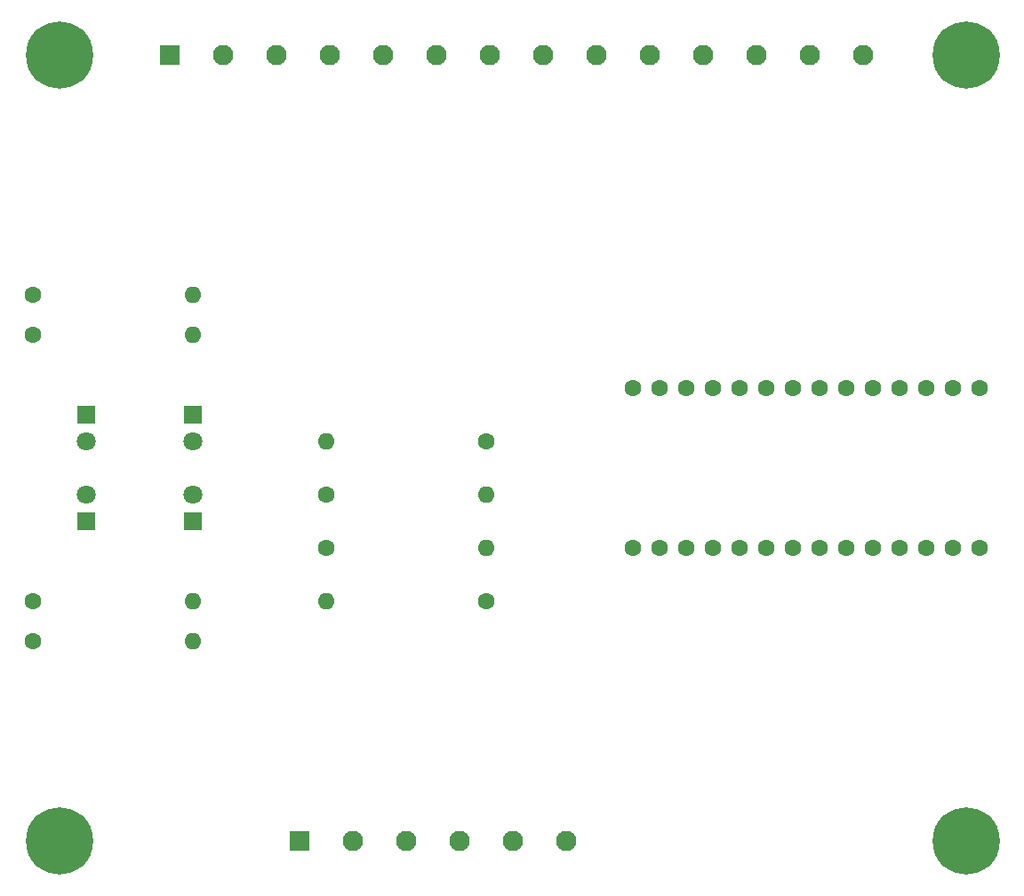
<source format=gts>
G04 #@! TF.GenerationSoftware,KiCad,Pcbnew,(6.0.7)*
G04 #@! TF.CreationDate,2023-02-16T08:52:03+02:00*
G04 #@! TF.ProjectId,teensy_motor_controller,7465656e-7379-45f6-9d6f-746f725f636f,rev?*
G04 #@! TF.SameCoordinates,Original*
G04 #@! TF.FileFunction,Soldermask,Top*
G04 #@! TF.FilePolarity,Negative*
%FSLAX46Y46*%
G04 Gerber Fmt 4.6, Leading zero omitted, Abs format (unit mm)*
G04 Created by KiCad (PCBNEW (6.0.7)) date 2023-02-16 08:52:03*
%MOMM*%
%LPD*%
G01*
G04 APERTURE LIST*
%ADD10C,1.600000*%
%ADD11O,1.600000X1.600000*%
%ADD12R,1.950000X1.950000*%
%ADD13C,1.950000*%
%ADD14R,1.800000X1.800000*%
%ADD15C,1.800000*%
%ADD16C,6.400000*%
G04 APERTURE END LIST*
D10*
X144780000Y-109220000D03*
D11*
X129540000Y-109220000D03*
D10*
X101600000Y-113030000D03*
D11*
X116840000Y-113030000D03*
D10*
X101600000Y-83820000D03*
D11*
X116840000Y-83820000D03*
D10*
X144780000Y-93980000D03*
D11*
X129540000Y-93980000D03*
D12*
X127000000Y-132080000D03*
D13*
X132080000Y-132080000D03*
X137160000Y-132080000D03*
X142240000Y-132080000D03*
X147320000Y-132080000D03*
X152400000Y-132080000D03*
D10*
X101600000Y-109220000D03*
D11*
X116840000Y-109220000D03*
D14*
X106680000Y-101600000D03*
D15*
X106680000Y-99060000D03*
D10*
X101600000Y-80010000D03*
D11*
X116840000Y-80010000D03*
D14*
X106680000Y-91440000D03*
D15*
X106680000Y-93980000D03*
D12*
X114655000Y-57150000D03*
D13*
X119735000Y-57150000D03*
X124815000Y-57150000D03*
X129895000Y-57150000D03*
X134975000Y-57150000D03*
X140055000Y-57150000D03*
X145135000Y-57150000D03*
X150215000Y-57150000D03*
X155295000Y-57150000D03*
X160375000Y-57150000D03*
X165455000Y-57150000D03*
X170535000Y-57150000D03*
X175615000Y-57150000D03*
X180695000Y-57150000D03*
D10*
X129540000Y-104140000D03*
D11*
X144780000Y-104140000D03*
D16*
X190500000Y-132080000D03*
D14*
X116840000Y-91440000D03*
D15*
X116840000Y-93980000D03*
D14*
X116840000Y-101600000D03*
D15*
X116840000Y-99060000D03*
D10*
X189230000Y-88900000D03*
X186690000Y-88900000D03*
X184150000Y-88900000D03*
X181610000Y-88900000D03*
X186690000Y-104140000D03*
X179070000Y-88900000D03*
X176530000Y-88900000D03*
X173990000Y-88900000D03*
X171450000Y-88900000D03*
X168910000Y-88900000D03*
X166370000Y-88900000D03*
X163830000Y-88900000D03*
X161290000Y-88900000D03*
X158750000Y-88900000D03*
X158750000Y-104140000D03*
X161290000Y-104140000D03*
X163830000Y-104140000D03*
X166370000Y-104140000D03*
X168910000Y-104140000D03*
X171450000Y-104140000D03*
X173990000Y-104140000D03*
X176530000Y-104140000D03*
X179070000Y-104140000D03*
X181610000Y-104140000D03*
X184150000Y-104140000D03*
X191770000Y-88900000D03*
X189230000Y-104140000D03*
X191770000Y-104140000D03*
D16*
X104140000Y-132089057D03*
D10*
X129540000Y-99060000D03*
D11*
X144780000Y-99060000D03*
D16*
X190500000Y-57150000D03*
X104140000Y-57150000D03*
M02*

</source>
